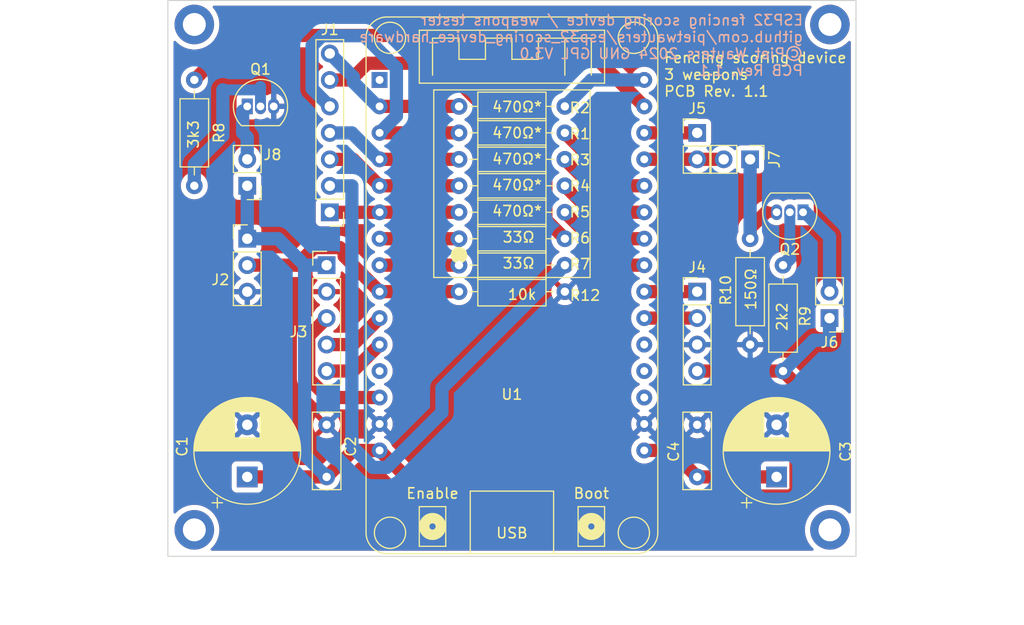
<source format=kicad_pcb>
(kicad_pcb (version 20240108) (generator "pcbnew") (generator_version "8.0")
  (title_block (title "ESP32 Scoring Device - weapons tester PCB") (date "2024-12-29") (rev "1.1") (company "Piet Wauters") (comment 1 "2 sided GND-plane added") (comment 2 "R11 eliminated") (comment 3 "2-sided rerouting with consistent width 50mil") (comment 4 "Changelog:"))
  (layers (0 "F.Cu" signal) (31 "B.Cu" signal) (34 "B.Paste" user) (35 "F.Paste" user) (36 "B.SilkS" user "B.Silkscreen") (37 "F.SilkS" user "F.Silkscreen") (38 "B.Mask" user) (39 "F.Mask" user) (44 "Edge.Cuts" user))
  (net 0 "")
  (net 2 "Net-(R2-Pad1)")
  (net 3 "Net-(R3-Pad1)")
  (net 4 "+5V")
  (net 5 "+3.3V")
  (net 7 "Net-(J1-Pad1)")
  (net 8 "Net-(R4-Pad1)")
  (net 9 "Net-(J1-Pad2)")
  (net 10 "Net-(J1-Pad3)")
  (net 11 "Net-(J1-Pad4)")
  (net 12 "Net-(J3-Pad4)")
  (net 13 "Net-(J2-Pad2)")
  (net 14 "Net-(J1-Pad5)")
  (net 15 "Net-(J1-Pad6)")
  (net 16 "Net-(J1-Pad7)")
  (net 17 "Net-(J4-Pad1)")
  (net 18 "Net-(J4-Pad2)")
  (net 19 "Net-(J3-Pad3)")
  (net 20 "GND")
  (net 21 "Net-(J3-Pad5)")
  (net 22 "Net-(R1-Pad1)")
  (net 23 "Net-(J5-Pad1)")
  (net 24 "Net-(J6-Pad2)")
  (net 25 "Net-(Q2-Pad2)")
  (net 27 "Net-(J5-Pad2)")
  (net 28 "Net-(R6-Pad1)")
  (net 29 "Net-(R7-Pad1)")
  (net 30 "Net-(J7-Pad1)")
  (net 31 "Net-(J8-Pad2)")
  (net 32 "Net-(Q1-Pad2)")
  (net 34 "Net-(R5-Pad1)")
  (net 35 "Net-(R8-Pad1)")
  (footprint "Connector_PinHeader_2.54mm:PinHeader_1x04_P2.54mm_Vertical" (layer "F.Cu") (at 129.54 106.68)
    (property "Reference" "J4" (at 0 -2.33 0) (layer "F.SilkS"))
    (property "Value" "Conn_01x04")
    (pad "1" thru_hole rect (at 0 0) (size 1.7 1.7) (drill 1) (layers "*.Cu" "*.Mask") (net 17 "Net-(J4-Pad1)"))
    (pad "2" thru_hole oval (at 0 2.54) (size 1.7 1.7) (drill 1) (layers "*.Cu" "*.Mask") (net 18 "Net-(J4-Pad2)"))
    (pad "3" thru_hole oval (at 0 5.08) (size 1.7 1.7) (drill 1) (layers "*.Cu" "*.Mask") (net 20 "GND"))
    (pad "4" thru_hole oval (at 0 7.62) (size 1.7 1.7) (drill 1) (layers "*.Cu" "*.Mask") (net 4 "+5V"))
  )
  (footprint "MountingHole:MountingHole_2.2mm_M2_DIN965_Pad_TopBottom" (layer "F.Cu") (at 81.28 129.54)
    (property "Reference" "HOLE4" (hide yes))
    (property "Value" "MountingHole_2.2mm_M2_DIN965_Pad_TopBottom")
    (pad "1" thru_hole circle (at 0 0) (size 2.6 2.6) (drill 2.2) (layers "*.Cu" "*.Mask"))
    (pad "1" connect circle (at 0 0) (size 3.8 3.8) (layers "F.Cu" "F.Mask"))
    (pad "1" connect circle (at 0 0) (size 3.8 3.8) (layers "B.Cu" "B.Mask"))
  )
  (footprint "Capacitor_THT:C_Rect_L7.2mm_W2.5mm_P5.00mm_FKS2_FKP2_MKS2_MKP2" (layer "F.Cu") (at 129.54 124.46 90)
    (property "Reference" "C4" (at 2.42 -2.26 90) (layer "F.SilkS"))
    (property "Value" "100nF")
    (pad "1" thru_hole circle (at 0 0 90) (size 1.6 1.6) (drill 0.8) (layers "*.Cu" "*.Mask") (net 5 "+3.3V"))
    (pad "2" thru_hole circle (at 5 0 90) (size 1.6 1.6) (drill 0.8) (layers "*.Cu" "*.Mask") (net 20 "GND"))
  )
  (footprint "Connector_PinHeader_2.54mm:PinHeader_1x02_P2.54mm_Vertical" (layer "F.Cu") (at 134.62 93.98 -90)
    (property "Reference" "J7" (at 0 -2.33 90) (layer "F.SilkS"))
    (property "Value" "Conn_01x02")
    (pad "1" thru_hole rect (at 0 0 270) (size 1.7 1.7) (drill 1) (layers "*.Cu" "*.Mask") (net 30 "Net-(J7-Pad1)"))
    (pad "2" thru_hole oval (at 0 2.54 270) (size 1.7 1.7) (drill 1) (layers "*.Cu" "*.Mask") (net 27 "Net-(J5-Pad2)"))
  )
  (footprint "Connector_PinHeader_2.54mm:PinHeader_1x02_P2.54mm_Vertical" (layer "F.Cu") (at 142.24 109.22 180)
    (property "Reference" "J6" (at 0 -2.33 0) (layer "F.SilkS"))
    (property "Value" "Conn_01x02")
    (pad "1" thru_hole rect (at 0 0 180) (size 1.7 1.7) (drill 1) (layers "*.Cu" "*.Mask") (net 4 "+5V"))
    (pad "2" thru_hole oval (at 0 2.54 180) (size 1.7 1.7) (drill 1) (layers "*.Cu" "*.Mask") (net 24 "Net-(J6-Pad2)"))
  )
  (footprint "ESP32_DevKit_V1_DOIT:esp32_devkit_v1_doit" (layer "F.Cu") (at 111.76 86.36)
    (property "Reference" "U1" (at 0 30.18 0) (layer "F.SilkS"))
    (property "Value" "ESP32_DevKit_V1_DOIT")
    (fp_text user "USB" (at 0 43.49 0) (layer "F.SilkS"))
    (fp_text user "Boot" (at 7.62 39.68 0) (layer "F.SilkS"))
    (fp_text user "Enable" (at -7.62 39.68 0) (layer "F.SilkS"))
    (pad "1" thru_hole rect (at -12.7 0) (size 1.524 1.524) (drill 0.762) (layers "*.Cu" "*.Mask"))
    (pad "2" thru_hole circle (at -12.7 2.54) (size 1.524 1.524) (drill 0.762) (layers "*.Cu" "*.Mask") (net 16 "Net-(J1-Pad7)"))
    (pad "3" thru_hole circle (at -12.7 5.08) (size 1.524 1.524) (drill 0.762) (layers "*.Cu" "*.Mask") (net 14 "Net-(J1-Pad5)"))
    (pad "4" thru_hole circle (at -12.7 7.62) (size 1.524 1.524) (drill 0.762) (layers "*.Cu" "*.Mask") (net 11 "Net-(J1-Pad4)"))
    (pad "5" thru_hole circle (at -12.7 10.16) (size 1.524 1.524) (drill 0.762) (layers "*.Cu" "*.Mask") (net 10 "Net-(J1-Pad3)"))
    (pad "6" thru_hole circle (at -12.7 12.7) (size 1.524 1.524) (drill 0.762) (layers "*.Cu" "*.Mask") (net 7 "Net-(J1-Pad1)"))
    (pad "7" thru_hole circle (at -12.7 15.24) (size 1.524 1.524) (drill 0.762) (layers "*.Cu" "*.Mask") (net 28 "Net-(R6-Pad1)"))
    (pad "8" thru_hole circle (at -12.7 17.78) (size 1.524 1.524) (drill 0.762) (layers "*.Cu" "*.Mask") (net 29 "Net-(R7-Pad1)"))
    (pad "9" thru_hole circle (at -12.7 20.32) (size 1.524 1.524) (drill 0.762) (layers "*.Cu" "*.Mask") (net 13 "Net-(J2-Pad2)"))
    (pad "10" thru_hole circle (at -12.7 22.86) (size 1.524 1.524) (drill 0.762) (layers "*.Cu" "*.Mask") (net 12 "Net-(J3-Pad4)"))
    (pad "11" thru_hole circle (at -12.7 25.4) (size 1.524 1.524) (drill 0.762) (layers "*.Cu" "*.Mask") (net 21 "Net-(J3-Pad5)"))
    (pad "12" thru_hole circle (at -12.7 27.94) (size 1.524 1.524) (drill 0.762) (layers "*.Cu" "*.Mask"))
    (pad "13" thru_hole circle (at -12.7 30.48) (size 1.524 1.524) (drill 0.762) (layers "*.Cu" "*.Mask") (net 19 "Net-(J3-Pad3)"))
    (pad "14" thru_hole circle (at -12.7 33.02) (size 1.524 1.524) (drill 0.762) (layers "*.Cu" "*.Mask") (net 20 "GND"))
    (pad "15" thru_hole circle (at -12.7 35.56) (size 1.524 1.524) (drill 0.762) (layers "*.Cu" "*.Mask") (net 4 "+5V"))
    (pad "16" thru_hole circle (at 12.7 35.56) (size 1.524 1.524) (drill 0.762) (layers "*.Cu" "*.Mask") (net 5 "+3.3V"))
    (pad "17" thru_hole circle (at 12.7 33.02) (size 1.524 1.524) (drill 0.762) (layers "*.Cu" "*.Mask") (net 20 "GND"))
    (pad "18" thru_hole circle (at 12.7 30.48) (size 1.524 1.524) (drill 0.762) (layers "*.Cu" "*.Mask"))
    (pad "19" thru_hole circle (at 12.7 27.94) (size 1.524 1.524) (drill 0.762) (layers "*.Cu" "*.Mask"))
    (pad "20" thru_hole circle (at 12.7 25.4) (size 1.524 1.524) (drill 0.762) (layers "*.Cu" "*.Mask"))
    (pad "21" thru_hole circle (at 12.7 22.86) (size 1.524 1.524) (drill 0.762) (layers "*.Cu" "*.Mask") (net 18 "Net-(J4-Pad2)"))
    (pad "22" thru_hole circle (at 12.7 20.32) (size 1.524 1.524) (drill 0.762) (layers "*.Cu" "*.Mask") (net 17 "Net-(J4-Pad1)"))
    (pad "23" thru_hole circle (at 12.7 17.78) (size 1.524 1.524) (drill 0.762) (layers "*.Cu" "*.Mask") (net 34 "Net-(R5-Pad1)"))
    (pad "24" thru_hole circle (at 12.7 15.24) (size 1.524 1.524) (drill 0.762) (layers "*.Cu" "*.Mask") (net 8 "Net-(R4-Pad1)"))
    (pad "25" thru_hole circle (at 12.7 12.7) (size 1.524 1.524) (drill 0.762) (layers "*.Cu" "*.Mask") (net 3 "Net-(R3-Pad1)"))
    (pad "26" thru_hole circle (at 12.7 10.16) (size 1.524 1.524) (drill 0.762) (layers "*.Cu" "*.Mask") (net 22 "Net-(R1-Pad1)"))
    (pad "27" thru_hole circle (at 12.7 7.62) (size 1.524 1.524) (drill 0.762) (layers "*.Cu" "*.Mask") (net 27 "Net-(J5-Pad2)"))
    (pad "28" thru_hole circle (at 12.7 5.08) (size 1.524 1.524) (drill 0.762) (layers "*.Cu" "*.Mask") (net 23 "Net-(J5-Pad1)"))
    (pad "29" thru_hole circle (at 12.7 2.54) (size 1.524 1.524) (drill 0.762) (layers "*.Cu" "*.Mask") (net 35 "Net-(R8-Pad1)"))
    (pad "30" thru_hole circle (at 12.7 0) (size 1.524 1.524) (drill 0.762) (layers "*.Cu" "*.Mask") (net 2 "Net-(R2-Pad1)"))
  )
  (footprint "Resistor_THT:R_Axial_DIN0207_L6.3mm_D2.5mm_P10.16mm_Horizontal" (layer "F.Cu") (at 116.84 88.9 180)
    (property "Reference" "R2" (at -1.44 -0.14 0) (layer "F.SilkS"))
    (property "Value" "470R")
    (pad "1" thru_hole circle (at 0 0 180) (size 1.6 1.6) (drill 0.8) (layers "*.Cu" "*.Mask") (net 2 "Net-(R2-Pad1)"))
    (pad "2" thru_hole oval (at 10.16 0 180) (size 1.6 1.6) (drill 0.8) (layers "*.Cu" "*.Mask") (net 16 "Net-(J1-Pad7)"))
  )
  (footprint "Capacitor_THT:C_Rect_L7.2mm_W2.5mm_P5.00mm_FKS2_FKP2_MKS2_MKP2" (layer "F.Cu") (at 93.98 124.46 90)
    (property "Reference" "C2" (at 2.92 2.3 90) (layer "F.SilkS"))
    (property "Value" "100nF")
    (pad "1" thru_hole circle (at 0 0 90) (size 1.6 1.6) (drill 0.8) (layers "*.Cu" "*.Mask") (net 4 "+5V"))
    (pad "2" thru_hole circle (at 5 0 90) (size 1.6 1.6) (drill 0.8) (layers "*.Cu" "*.Mask") (net 20 "GND"))
  )
  (footprint "Capacitor_THT:CP_Radial_D10.0mm_P5.00mm" (layer "F.Cu") (at 86.36 124.46 90)
    (property "Reference" "C1" (at 2.92 -6.25 90) (layer "F.SilkS"))
    (property "Value" "470uF")
    (pad "1" thru_hole rect (at 0 0 90) (size 2 2) (drill 1) (layers "*.Cu" "*.Mask") (net 4 "+5V"))
    (pad "2" thru_hole circle (at 5 0 90) (size 2 2) (drill 1) (layers "*.Cu" "*.Mask") (net 20 "GND"))
  )
  (footprint "Resistor_THT:R_Axial_DIN0207_L6.3mm_D2.5mm_P10.16mm_Horizontal" (layer "F.Cu") (at 116.84 96.52 180)
    (property "Reference" "R4" (at -1.44 -0.02 0) (layer "F.SilkS"))
    (property "Value" "470R")
    (pad "1" thru_hole circle (at 0 0 180) (size 1.6 1.6) (drill 0.8) (layers "*.Cu" "*.Mask") (net 8 "Net-(R4-Pad1)"))
    (pad "2" thru_hole oval (at 10.16 0 180) (size 1.6 1.6) (drill 0.8) (layers "*.Cu" "*.Mask") (net 10 "Net-(J1-Pad3)"))
  )
  (footprint "Package_TO_SOT_THT:TO-92_Inline" (layer "F.Cu") (at 86.36 88.9)
    (property "Reference" "Q1" (at 1.27 -3.56 0) (layer "F.SilkS"))
    (property "Value" "BC337")
    (pad "1" thru_hole rect (at 0 0) (size 1.05 1.5) (drill 0.75) (layers "*.Cu" "*.Mask") (net 31 "Net-(J8-Pad2)"))
    (pad "2" thru_hole oval (at 1.27 0) (size 1.05 1.5) (drill 0.75) (layers "*.Cu" "*.Mask") (net 32 "Net-(Q1-Pad2)"))
    (pad "3" thru_hole oval (at 2.54 0) (size 1.05 1.5) (drill 0.75) (layers "*.Cu" "*.Mask") (net 20 "GND"))
  )
  (footprint "MountingHole:MountingHole_2.2mm_M2_DIN965_Pad_TopBottom" (layer "F.Cu") (at 81.28 81.04)
    (property "Reference" "HOLE1" (hide yes))
    (property "Value" "MountingHole_2.2mm_M2_DIN965_Pad_TopBottom")
    (pad "1" thru_hole circle (at 0 0) (size 2.6 2.6) (drill 2.2) (layers "*.Cu" "*.Mask"))
    (pad "1" connect circle (at 0 0) (size 3.8 3.8) (layers "F.Cu" "F.Mask"))
    (pad "1" connect circle (at 0 0) (size 3.8 3.8) (layers "B.Cu" "B.Mask"))
  )
  (footprint "Connector_PinHeader_2.54mm:PinHeader_1x07_P2.54mm_Vertical" (layer "F.Cu") (at 94.28 99.065 180)
    (property "Reference" "J1" (at 0 17.525 0) (layer "F.SilkS"))
    (property "Value" "Conn_01x07")
    (pad "1" thru_hole rect (at 0 0 180) (size 1.7 1.7) (drill 1) (layers "*.Cu" "*.Mask") (net 7 "Net-(J1-Pad1)"))
    (pad "2" thru_hole oval (at 0 2.54 180) (size 1.7 1.7) (drill 1) (layers "*.Cu" "*.Mask") (net 9 "Net-(J1-Pad2)"))
    (pad "3" thru_hole oval (at 0 5.08 180) (size 1.7 1.7) (drill 1) (layers "*.Cu" "*.Mask") (net 10 "Net-(J1-Pad3)"))
    (pad "4" thru_hole oval (at 0 7.62 180) (size 1.7 1.7) (drill 1) (layers "*.Cu" "*.Mask") (net 11 "Net-(J1-Pad4)"))
    (pad "5" thru_hole oval (at 0 10.16 180) (size 1.7 1.7) (drill 1) (layers "*.Cu" "*.Mask") (net 14 "Net-(J1-Pad5)"))
    (pad "6" thru_hole oval (at 0 12.7 180) (size 1.7 1.7) (drill 1) (layers "*.Cu" "*.Mask") (net 15 "Net-(J1-Pad6)"))
    (pad "7" thru_hole oval (at 0 15.24 180) (size 1.7 1.7) (drill 1) (layers "*.Cu" "*.Mask") (net 16 "Net-(J1-Pad7)"))
  )
  (footprint "Connector_PinHeader_2.54mm:PinHeader_1x05_P2.54mm_Vertical" (layer "F.Cu") (at 93.98 104.14)
    (property "Reference" "J3" (at -2.7 6.4 0) (layer "F.SilkS"))
    (property "Value" "Conn_01x05")
    (pad "1" thru_hole rect (at 0 0) (size 1.7 1.7) (drill 1) (layers "*.Cu" "*.Mask") (net 4 "+5V"))
    (pad "2" thru_hole oval (at 0 2.54) (size 1.7 1.7) (drill 1) (layers "*.Cu" "*.Mask") (net 20 "GND"))
    (pad "3" thru_hole oval (at 0 5.08) (size 1.7 1.7) (drill 1) (layers "*.Cu" "*.Mask") (net 19 "Net-(J3-Pad3)"))
    (pad "4" thru_hole oval (at 0 7.62) (size 1.7 1.7) (drill 1) (layers "*.Cu" "*.Mask") (net 12 "Net-(J3-Pad4)"))
    (pad "5" thru_hole oval (at 0 10.16) (size 1.7 1.7) (drill 1) (layers "*.Cu" "*.Mask") (net 21 "Net-(J3-Pad5)"))
  )
  (footprint "Resistor_THT:R_Axial_DIN0207_L6.3mm_D2.5mm_P10.16mm_Horizontal" (layer "F.Cu") (at 116.84 93.98 180)
    (property "Reference" "R3" (at -1.44 -0.06 0) (layer "F.SilkS"))
    (property "Value" "470R")
    (pad "1" thru_hole circle (at 0 0 180) (size 1.6 1.6) (drill 0.8) (layers "*.Cu" "*.Mask") (net 3 "Net-(R3-Pad1)"))
    (pad "2" thru_hole oval (at 10.16 0 180) (size 1.6 1.6) (drill 0.8) (layers "*.Cu" "*.Mask") (net 11 "Net-(J1-Pad4)"))
  )
  (footprint "Package_TO_SOT_THT:TO-92_Inline" (layer "F.Cu") (at 139.7 99.06 180)
    (property "Reference" "Q2" (at 1.27 -3.56 0) (layer "F.SilkS"))
    (property "Value" "BC337")
    (pad "1" thru_hole rect (at 0 0 180) (size 1.05 1.5) (drill 0.75) (layers "*.Cu" "*.Mask") (net 24 "Net-(J6-Pad2)"))
    (pad "2" thru_hole oval (at 1.27 0 180) (size 1.05 1.5) (drill 0.75) (layers "*.Cu" "*.Mask") (net 25 "Net-(Q2-Pad2)"))
    (pad "3" thru_hole oval (at 2.54 0 180) (size 1.05 1.5) (drill 0.75) (layers "*.Cu" "*.Mask") (net 30 "Net-(J7-Pad1)"))
  )
  (footprint "Resistor_THT:R_Axial_DIN0207_L6.3mm_D2.5mm_P10.16mm_Horizontal" (layer "F.Cu") (at 134.62 101.6 -90)
    (property "Reference" "R10" (at 4.94 2.34 90) (layer "F.SilkS"))
    (property "Value" "150")
    (pad "1" thru_hole circle (at 0 0 270) (size 1.6 1.6) (drill 0.8) (layers "*.Cu" "*.Mask") (net 30 "Net-(J7-Pad1)"))
    (pad "2" thru_hole oval (at 10.16 0 270) (size 1.6 1.6) (drill 0.8) (layers "*.Cu" "*.Mask") (net 20 "GND"))
  )
  (footprint "Connector_PinHeader_2.54mm:PinHeader_1x03_P2.54mm_Vertical" (layer "F.Cu") (at 86.36 101.6)
    (property "Reference" "J2" (at -2.58 3.94 0) (layer "F.SilkS"))
    (property "Value" "Conn_01x03")
    (pad "1" thru_hole rect (at 0 0) (size 1.7 1.7) (drill 1) (layers "*.Cu" "*.Mask") (net 4 "+5V"))
    (pad "2" thru_hole oval (at 0 2.54) (size 1.7 1.7) (drill 1) (layers "*.Cu" "*.Mask") (net 13 "Net-(J2-Pad2)"))
    (pad "3" thru_hole oval (at 0 5.08) (size 1.7 1.7) (drill 1) (layers "*.Cu" "*.Mask") (net 20 "GND"))
  )
  (footprint "Connector_PinHeader_2.54mm:PinHeader_1x02_P2.54mm_Vertical" (layer "F.Cu") (at 86.36 96.52 180)
    (property "Reference" "J8" (at -2.42 2.98 0) (layer "F.SilkS"))
    (property "Value" "Conn_01x02")
    (pad "1" thru_hole rect (at 0 0 180) (size 1.7 1.7) (drill 1) (layers "*.Cu" "*.Mask") (net 4 "+5V"))
    (pad "2" thru_hole oval (at 0 2.54 180) (size 1.7 1.7) (drill 1) (layers "*.Cu" "*.Mask") (net 31 "Net-(J8-Pad2)"))
  )
  (footprint "Resistor_THT:R_Axial_DIN0207_L6.3mm_D2.5mm_P10.16mm_Horizontal" (layer "F.Cu") (at 116.84 91.44 180)
    (property "Reference" "R1" (at -1.44 -0.1 0) (layer "F.SilkS"))
    (property "Value" "470R")
    (pad "1" thru_hole circle (at 0 0 180) (size 1.6 1.6) (drill 0.8) (layers "*.Cu" "*.Mask") (net 22 "Net-(R1-Pad1)"))
    (pad "2" thru_hole oval (at 10.16 0 180) (size 1.6 1.6) (drill 0.8) (layers "*.Cu" "*.Mask") (net 14 "Net-(J1-Pad5)"))
  )
  (footprint "Connector_PinHeader_2.54mm:PinHeader_1x02_P2.54mm_Vertical" (layer "F.Cu") (at 129.54 91.44)
    (property "Reference" "J5" (at 0 -2.33 0) (layer "F.SilkS"))
    (property "Value" "Conn_01x02")
    (pad "1" thru_hole rect (at 0 0) (size 1.7 1.7) (drill 1) (layers "*.Cu" "*.Mask") (net 23 "Net-(J5-Pad1)"))
    (pad "2" thru_hole oval (at 0 2.54) (size 1.7 1.7) (drill 1) (layers "*.Cu" "*.Mask") (net 27 "Net-(J5-Pad2)"))
  )
  (footprint "Resistor_THT:R_Axial_DIN0207_L6.3mm_D2.5mm_P10.16mm_Horizontal" (layer "F.Cu") (at 116.84 99.06 180)
    (property "Reference" "R5" (at -1.44 0.02 0) (layer "F.SilkS"))
    (property "Value" "470R")
    (pad "1" thru_hole circle (at 0 0 180) (size 1.6 1.6) (drill 0.8) (layers "*.Cu" "*.Mask") (net 34 "Net-(R5-Pad1)"))
    (pad "2" thru_hole oval (at 10.16 0 180) (size 1.6 1.6) (drill 0.8) (layers "*.Cu" "*.Mask") (net 7 "Net-(J1-Pad1)"))
  )
  (footprint "MountingHole:MountingHole_2.2mm_M2_DIN965_Pad_TopBottom" (layer "F.Cu") (at 142.28 81.04)
    (property "Reference" "HOLE2" (hide yes))
    (property "Value" "MountingHole_2.2mm_M2_DIN965_Pad_TopBottom")
    (pad "1" thru_hole circle (at 0 0) (size 2.6 2.6) (drill 2.2) (layers "*.Cu" "*.Mask"))
    (pad "1" connect circle (at 0 0) (size 3.8 3.8) (layers "F.Cu" "F.Mask"))
    (pad "1" connect circle (at 0 0) (size 3.8 3.8) (layers "B.Cu" "B.Mask"))
  )
  (footprint "MountingHole:MountingHole_2.2mm_M2_DIN965_Pad_TopBottom" (layer "F.Cu") (at 142.28 129.54)
    (property "Reference" "HOLE3" (hide yes))
    (property "Value" "MountingHole_2.2mm_M2_DIN965_Pad_TopBottom")
    (pad "1" thru_hole circle (at 0 0) (size 2.6 2.6) (drill 2.2) (layers "*.Cu" "*.Mask"))
    (pad "1" connect circle (at 0 0) (size 3.8 3.8) (layers "F.Cu" "F.Mask"))
    (pad "1" connect circle (at 0 0) (size 3.8 3.8) (layers "B.Cu" "B.Mask"))
  )
  (footprint "Resistor_THT:R_Axial_DIN0207_L6.3mm_D2.5mm_P10.16mm_Horizontal" (layer "F.Cu") (at 116.84 106.68 180)
    (property "Reference" "R12" (at -1.94 -0.36 0) (layer "F.SilkS"))
    (property "Value" "10k")
    (pad "1" thru_hole circle (at 0 0 180) (size 1.6 1.6) (drill 0.8) (layers "*.Cu" "*.Mask") (net 20 "GND"))
    (pad "2" thru_hole oval (at 10.16 0 180) (size 1.6 1.6) (drill 0.8) (layers "*.Cu" "*.Mask") (net 13 "Net-(J2-Pad2)"))
  )
  (footprint "Resistor_THT:R_Axial_DIN0207_L6.3mm_D2.5mm_P10.16mm_Horizontal" (layer "F.Cu") (at 106.68 104.14)
    (property "Reference" "R7" (at 11.6 -0.1 0) (layer "F.SilkS"))
    (property "Value" "33R")
    (pad "1" thru_hole circle (at 0 0) (size 1.6 1.6) (drill 0.8) (layers "*.Cu" "*.Mask") (net 29 "Net-(R7-Pad1)"))
    (pad "2" thru_hole oval (at 10.16 0) (size 1.6 1.6) (drill 0.8) (layers "*.Cu" "*.Mask") (net 9 "Net-(J1-Pad2)"))
  )
  (footprint "Resistor_THT:R_Axial_DIN0207_L6.3mm_D2.5mm_P10.16mm_Horizontal" (layer "F.Cu") (at 137.78 114.3 90)
    (property "Reference" "R9" (at 5.26 2.12 90) (layer "F.SilkS"))
    (property "Value" "2k2")
    (pad "1" thru_hole circle (at 0 0 90) (size 1.6 1.6) (drill 0.8) (layers "*.Cu" "*.Mask") (net 4 "+5V"))
    (pad "2" thru_hole oval (at 10.16 0 90) (size 1.6 1.6) (drill 0.8) (layers "*.Cu" "*.Mask") (net 25 "Net-(Q2-Pad2)"))
  )
  (footprint "Resistor_THT:R_Axial_DIN0207_L6.3mm_D2.5mm_P10.16mm_Horizontal" (layer "F.Cu") (at 81.28 86.36 -90)
    (property "Reference" "R8" (at 5.08 -2.37 90) (layer "F.SilkS"))
    (property "Value" "3K3")
    (pad "1" thru_hole circle (at 0 0 270) (size 1.6 1.6) (drill 0.8) (layers "*.Cu" "*.Mask") (net 35 "Net-(R8-Pad1)"))
    (pad "2" thru_hole oval (at 10.16 0 270) (size 1.6 1.6) (drill 0.8) (layers "*.Cu" "*.Mask") (net 32 "Net-(Q1-Pad2)"))
  )
  (footprint "Capacitor_THT:CP_Radial_D10.0mm_P5.00mm" (layer "F.Cu") (at 137.16 124.46 90)
    (property "Reference" "C3" (at 2.42 6.62 90) (layer "F.SilkS"))
    (property "Value" "470uF")
    (pad "1" thru_hole rect (at 0 0 90) (size 2 2) (drill 1) (layers "*.Cu" "*.Mask") (net 5 "+3.3V"))
    (pad "2" thru_hole circle (at 5 0 90) (size 2 2) (drill 1) (layers "*.Cu" "*.Mask") (net 20 "GND"))
  )
  (footprint "Resistor_THT:R_Axial_DIN0207_L6.3mm_D2.5mm_P10.16mm_Horizontal" (layer "F.Cu") (at 106.68 101.6)
    (property "Reference" "R6" (at 11.6 -0.06 0) (layer "F.SilkS"))
    (property "Value" "33R")
    (pad "1" thru_hole circle (at 0 0) (size 1.6 1.6) (drill 0.8) (layers "*.Cu" "*.Mask") (net 28 "Net-(R6-Pad1)"))
    (pad "2" thru_hole oval (at 10.16 0) (size 1.6 1.6) (drill 0.8) (layers "*.Cu" "*.Mask") (net 15 "Net-(J1-Pad6)"))
  )
  (gr_poly (pts (xy 144.78 132.08) (xy 78.74 132.08) (xy 78.74 78.74) (xy 144.78 78.74)) (stroke (width 0.1)) (fill none) (layer "Edge.Cuts"))
  (gr_text "ESP32 fencing scoring device / weapons tester\ngithub.com/pietwauters/esp32_scoring_device_hardware\n©Piet Wauters 2024 GNU GPL V3.0\nPCB Rev. 1.1" (at 139.78 86.04 0) (layer "B.SilkS") (effects (font (size 1 1)) (justify left bottom mirror)))
  (gr_text "33Ω" (at 110.78 102.04 0) (layer "F.SilkS") (effects (font (size 1 1)) (justify left bottom)))
  (gr_text "33Ω" (at 110.78 104.54 0) (layer "F.SilkS") (effects (font (size 1 1)) (justify left bottom)))
  (gr_text "470Ω*" (at 109.78 92.04 0) (layer "F.SilkS") (effects (font (size 1 1)) (justify left bottom)))
  (gr_text "3k3" (at 81.78 93.04 90) (layer "F.SilkS") (effects (font (size 1 1)) (justify left bottom)))
  (gr_text "Fencing scoring device\n3 weapons \nPCB Rev. 1.1\n" (at 126.28 88.04 0) (layer "F.SilkS") (effects (font (size 1 1)) (justify left bottom)))
  (gr_text "470Ω*" (at 109.78 94.54 0) (layer "F.SilkS") (effects (font (size 1 1)) (justify left bottom)))
  (gr_text "470Ω*" (at 109.78 89.54 0) (layer "F.SilkS") (effects (font (size 1 1)) (justify left bottom)))
  (gr_text "10k" (at 111.28 107.54 0) (layer "F.SilkS") (effects (font (size 1 1)) (justify left bottom)))
  (gr_text "470Ω*" (at 109.78 97.04 0) (layer "F.SilkS") (effects (font (size 1 1)) (justify left bottom)))
  (gr_text "150Ω" (at 135.28 108.54 90) (layer "F.SilkS") (effects (font (size 1 1)) (justify left bottom)))
  (gr_text "470Ω*" (at 109.78 99.54 0) (layer "F.SilkS") (effects (font (size 1 1)) (justify left bottom)))
  (gr_text "2k2" (at 138.28 110.54 90) (layer "F.SilkS") (effects (font (size 1 1)) (justify left bottom)))
  (segment (start 116.84 88.9) (end 119.38 86.36) (width 1.27) (layer "B.Cu") (net 2))
  (segment (start 119.38 86.36) (end 124.46 86.36) (width 1.27) (layer "B.Cu") (net 2))
  (segment (start 124.46 99.06) (end 121.92 99.06) (width 1.27) (layer "F.Cu") (net 3))
  (segment (start 121.92 99.06) (end 116.84 93.98) (width 1.27) (layer "F.Cu") (net 3))
  (segment (start 86.36 124.46) (end 93.98 124.46) (width 1.27) (layer "F.Cu") (net 4))
  (segment (start 137.78 114.3) (end 129.54 114.3) (width 1.27) (layer "F.Cu") (net 4))
  (segment (start 139.0232 125.8163) (end 139.0232 115.5432) (width 1.27) (layer "F.Cu") (net 4))
  (segment (start 96.52 121.92) (end 99.06 121.92) (width 1.27) (layer "F.Cu") (net 4))
  (segment (start 103.4367 126.2967) (end 138.5428 126.2967) (width 1.27) (layer "F.Cu") (net 4))
  (segment (start 93.98 124.46) (end 96.52 121.92) (width 1.27) (layer "F.Cu") (net 4))
  (segment (start 139.0232 115.5432) (end 137.78 114.3) (width 1.27) (layer "F.Cu") (net 4))
  (segment (start 99.06 121.92) (end 103.4367 126.2967) (width 1.27) (layer "F.Cu") (net 4))
  (segment (start 138.5428 126.2967) (end 139.0232 125.8163) (width 1.27) (layer "F.Cu") (net 4))
  (segment (start 142.24 109.22) (end 142.24 111.34) (width 1.27) (layer "B.Cu") (net 4))
  (segment (start 93.98 104.14) (end 91.86 104.14) (width 1.27) (layer "B.Cu") (net 4))
  (segment (start 91.86 122.34) (end 93.98 124.46) (width 1.27) (layer "B.Cu") (net 4))
  (segment (start 91.86 104.14) (end 91.86 122.34) (width 1.27) (layer "B.Cu") (net 4))
  (segment (start 86.36 101.6) (end 86.36 96.52) (width 1.27) (layer "B.Cu") (net 4))
  (segment (start 140.74 111.34) (end 137.78 114.3) (width 1.27) (layer "B.Cu") (net 4))
  (segment (start 142.24 111.34) (end 140.74 111.34) (width 1.27) (layer "B.Cu") (net 4))
  (segment (start 86.36 101.6) (end 89.32 101.6) (width 1.27) (layer "B.Cu") (net 4))
  (segment (start 89.32 101.6) (end 91.86 104.14) (width 1.27) (layer "B.Cu") (net 4))
  (segment (start 127 121.92) (end 129.54 124.46) (width 1.27) (layer "F.Cu") (net 5))
  (segment (start 137.16 124.46) (end 129.54 124.46) (width 1.27) (layer "F.Cu") (net 5))
  (segment (start 124.46 121.92) (end 127 121.92) (width 1.27) (layer "F.Cu") (net 5))
  (segment (start 94.28 99.065) (end 99.055 99.065) (width 1.27) (layer "F.Cu") (net 7))
  (segment (start 99.055 99.065) (end 99.06 99.06) (width 1.27) (layer "F.Cu") (net 7))
  (segment (start 106.68 99.06) (end 99.06 99.06) (width 1.27) (layer "F.Cu") (net 7))
  (segment (start 121.92 101.6) (end 124.46 101.6) (width 1.27) (layer "F.Cu") (net 8))
  (segment (start 116.84 96.52) (end 121.92 101.6) (width 1.27) (layer "F.Cu") (net 8))
  (segment (start 116.84 104.14) (end 105.0448 115.9352) (width 1.27) (layer "B.Cu") (net 9))
  (segment (start 94.28 96.525) (end 96.4 96.525) (width 1.27) (layer "B.Cu") (net 9))
  (segment (start 98.4213 123.5436) (end 96.4 121.5223) (width 1.27) (layer "B.Cu") (net 9))
  (segment (start 105.0448 118.2601) (end 99.7613 123.5436) (width 1.27) (layer "B.Cu") (net 9))
  (segment (start 105.0448 115.9352) (end 105.0448 118.2601) (width 1.27) (layer "B.Cu") (net 9))
  (segment (start 96.4 121.5223) (end 96.4 96.525) (width 1.27) (layer "B.Cu") (net 9))
  (segment (start 99.7613 123.5436) (end 98.4213 123.5436) (width 1.27) (layer "B.Cu") (net 9))
  (segment (start 94.28 93.985) (end 96.525 93.985) (width 1.27) (layer "F.Cu") (net 10))
  (segment (start 106.68 96.52) (end 99.06 96.52) (width 1.27) (layer "F.Cu") (net 10))
  (segment (start 96.525 93.985) (end 99.06 96.52) (width 1.27) (layer "F.Cu") (net 10))
  (segment (start 106.68 93.98) (end 99.06 93.98) (width 1.27) (layer "F.Cu") (net 11))
  (segment (start 94.28 91.445) (end 96.4 91.445) (width 1.27) (layer "B.Cu") (net 11))
  (segment (start 98.935 93.98) (end 96.4 91.445) (width 1.27) (layer "B.Cu") (net 11))
  (segment (start 99.06 93.98) (end 98.935 93.98) (width 1.27) (layer "B.Cu") (net 11))
  (segment (start 96.52 111.76) (end 99.06 109.22) (width 1.27) (layer "F.Cu") (net 12))
  (segment (start 93.98 111.76) (end 96.52 111.76) (width 1.27) (layer "F.Cu") (net 12))
  (segment (start 92.7834 102.4533) (end 95.2485 102.4533) (width 1.27) (layer "F.Cu") (net 13))
  (segment (start 106.68 106.68) (end 99.06 106.68) (width 1.27) (layer "F.Cu") (net 13))
  (segment (start 95.2485 102.4533) (end 95.6679 102.8727) (width 1.27) (layer "F.Cu") (net 13))
  (segment (start 91.0967 104.14) (end 92.7834 102.4533) (width 1.27) (layer "F.Cu") (net 13))
  (segment (start 95.6679 102.8727) (end 95.6679 103.2879) (width 1.27) (layer "F.Cu") (net 13))
  (segment (start 86.36 104.14) (end 91.0967 104.14) (width 1.27) (layer "F.Cu") (net 13))
  (segment (start 95.6679 103.2879) (end 99.06 106.68) (width 1.27) (layer "F.Cu") (net 13))
  (segment (start 106.68 91.44) (end 99.06 91.44) (width 1.27) (layer "F.Cu") (net 14))
  (segment (start 92.5812 87.2062) (end 92.5812 83.0833) (width 1.27) (layer "B.Cu") (net 14))
  (segment (start 94.28 88.905) (end 92.5812 87.2062) (width 1.27) (layer "B.Cu") (net 14))
  (segment (start 97.5861 82.1186) (end 100.6756 85.2081) (width 1.27) (layer "B.Cu") (net 14))
  (segment (start 100.6756 89.8244) (end 99.06 91.44) (width 1.27) (layer "B.Cu") (net 14))
  (segment (start 100.6756 85.2081) (end 100.6756 89.8244) (width 1.27) (layer "B.Cu") (net 14))
  (segment (start 93.5459 82.1186) (end 97.5861 82.1186) (width 1.27) (layer "B.Cu") (net 14))
  (segment (start 92.5812 83.0833) (end 93.5459 82.1186) (width 1.27) (layer "B.Cu") (net 14))
  (segment (start 96.4 86.365) (end 96.4 86.2552) (width 1.27) (layer "F.Cu") (net 15))
  (segment (start 115.0157 94.906) (end 115.0157 99.7757) (width 1.27) (layer "F.Cu") (net 15))
  (segment (start 115.0157 99.7757) (end 116.84 101.6) (width 1.27) (layer "F.Cu") (net 15))
  (segment (start 97.8939 84.7613) (end 104.871 84.7613) (width 1.27) (layer "F.Cu") (net 15))
  (segment (start 96.4 86.2552) (end 97.8939 84.7613) (width 1.27) (layer "F.Cu") (net 15))
  (segment (start 94.28 86.365) (end 96.4 86.365) (width 1.27) (layer "F.Cu") (net 15))
  (segment (start 104.871 84.7613) (end 115.0157 94.906) (width 1.27) (layer "F.Cu") (net 15))
  (segment (start 106.68 88.9) (end 99.06 88.9) (width 1.27) (layer "F.Cu") (net 16))
  (segment (start 96.5529 86.5884) (end 98.8645 88.9) (width 1.27) (layer "B.Cu") (net 16))
  (segment (start 94.28 83.825) (end 96.5529 86.0979) (width 1.27) (layer "B.Cu") (net 16))
  (segment (start 96.5529 86.0979) (end 96.5529 86.5884) (width 1.27) (layer "B.Cu") (net 16))
  (segment (start 98.8645 88.9) (end 99.06 88.9) (width 1.27) (layer "B.Cu") (net 16))
  (segment (start 124.46 106.68) (end 129.54 106.68) (width 1.27) (layer "F.Cu") (net 17))
  (segment (start 124.46 109.22) (end 129.54 109.22) (width 1.27) (layer "F.Cu") (net 18))
  (segment (start 93.98 109.22) (end 92.2625 110.9375) (width 1.27) (layer "F.Cu") (net 19))
  (segment (start 92.2625 110.9375) (end 92.2625 115.0374) (width 1.27) (layer "F.Cu") (net 19))
  (segment (start 92.2625 115.0374) (end 94.0651 116.84) (width 1.27) (layer "F.Cu") (net 19))
  (segment (start 94.0651 116.84) (end 99.06 116.84) (width 1.27) (layer "F.Cu") (net 19))
  (segment (start 96.52 114.3) (end 99.06 111.76) (width 1.27) (layer "F.Cu") (net 21))
  (segment (start 93.98 114.3) (end 96.52 114.3) (width 1.27) (layer "F.Cu") (net 21))
  (segment (start 121.92 96.52) (end 124.46 96.52) (width 1.27) (layer "F.Cu") (net 22))
  (segment (start 116.84 91.44) (end 121.92 96.52) (width 1.27) (layer "F.Cu") (net 22))
  (segment (start 129.54 91.44) (end 124.46 91.44) (width 1.27) (layer "F.Cu") (net 23))
  (segment (start 139.9 99.06) (end 142.24 101.4) (width 1.27) (layer "B.Cu") (net 24))
  (segment (start 142.24 101.4) (end 142.24 106.68) (width 1.27) (layer "B.Cu") (net 24))
  (segment (start 139.9 99.06) (end 139.7 99.06) (width 1.0498) (layer "B.Cu") (net 24))
  (segment (start 138.43 103.495) (end 138.43 99.06) (width 1.0498) (layer "B.Cu") (net 25))
  (segment (start 137.78 104.14) (end 137.785 104.14) (width 1.27) (layer "B.Cu") (net 25))
  (segment (start 137.785 104.14) (end 138.43 103.495) (width 1.27) (layer "B.Cu") (net 25))
  (segment (start 129.54 93.98) (end 132.08 93.98) (width 1.27) (layer "F.Cu") (net 27))
  (segment (start 124.46 93.98) (end 129.54 93.98) (width 1.27) (layer "F.Cu") (net 27))
  (segment (start 106.68 101.6) (end 99.06 101.6) (width 1.27) (layer "F.Cu") (net 28))
  (segment (start 106.68 104.14) (end 99.06 104.14) (width 1.27) (layer "F.Cu") (net 29))
  (segment (start 136.1448 99.06) (end 137.16 99.06) (width 1.0498) (layer "F.Cu") (net 30))
  (segment (start 134.62 100.5848) (end 134.62 101.6) (width 1.27) (layer "F.Cu") (net 30))
  (segment (start 136.1448 99.06) (end 134.62 100.5848) (width 1.27) (layer "F.Cu") (net 30))
  (segment (start 134.62 101.6) (end 134.62 93.98) (width 1.27) (layer "B.Cu") (net 30))
  (segment (start 85.9209 89.3391) (end 85.9209 91.4209) (width 1.27) (layer "B.Cu") (net 31))
  (segment (start 85.9209 91.4209) (end 86.36 91.86) (width 1.27) (layer "B.Cu") (net 31))
  (segment (start 85.9209 89.3391) (end 86.36 88.9) (width 1.0498) (layer "B.Cu") (net 31))
  (segment (start 86.36 93.98) (end 86.36 91.86) (width 1.27) (layer "B.Cu") (net 31))
  (segment (start 87.63 88.9) (end 87.63 86.9901) (width 1.0498) (layer "B.Cu") (net 32))
  (segment (start 87.3053 87.3148) (end 87.63 86.9901) (width 1.0498) (layer "B.Cu") (net 32))
  (segment (start 81.28 96.52) (end 81.28 94.45) (width 1.27) (layer "B.Cu") (net 32))
  (segment (start 84.0152 87.3148) (end 87.3053 87.3148) (width 1.0498) (layer "B.Cu") (net 32))
  (segment (start 81.28 94.45) (end 84.0152 91.7148) (width 1.27) (layer "B.Cu") (net 32))
  (segment (start 84.0152 91.7148) (end 84.0152 87.3148) (width 1.27) (layer "B.Cu") (net 32))
  (segment (start 116.84 99.06) (end 121.92 104.14) (width 1.27) (layer "F.Cu") (net 34))
  (segment (start 121.92 104.14) (end 124.46 104.14) (width 1.27) (layer "F.Cu") (net 34))
  (segment (start 85.5467 82.0933) (end 117.6533 82.0933) (width 1.27) (layer "F.Cu") (net 35))
  (segment (start 117.6533 82.0933) (end 124.46 88.9) (width 1.27) (layer "F.Cu") (net 35))
  (segment (start 81.28 86.36) (end 85.5467 82.0933) (width 1.27) (layer "F.Cu") (net 35))
  (zone (net 20) (net_name "GND") (layers "F&B.Cu") (connect_pads (clearance 0.5)) (min_thickness 0.25) (fill yes (thermal_gap 0.5) (thermal_bridge_width 0.5) (smoothing fillet) (radius 1))
    (polygon (pts (xy 79.28 79.04) (xy 144.28 79.04) (xy 144.28 131.54) (xy 79.28 131.54)))
  )
)
</source>
